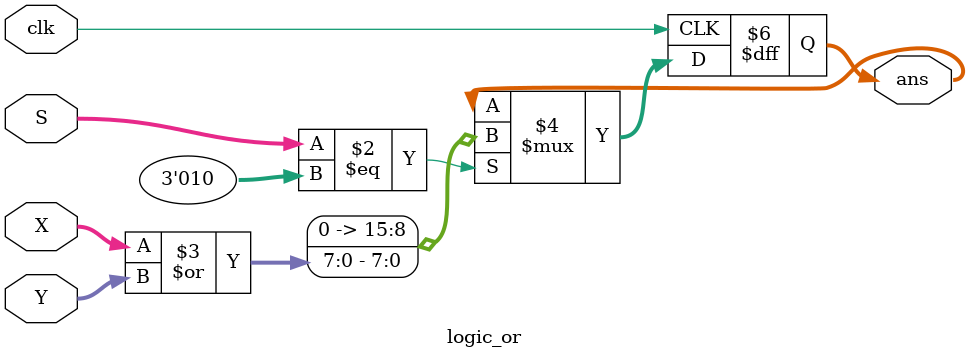
<source format=v>
module logic_or(
	input [7:0] X,
	input [7:0] Y,
	input [2:0] S,
	output reg[15:0] ans,
	input clk
);
	always@(posedge clk)
	begin
		if(S==3'b010)
		begin
			ans<={8'b0000_0000,X|Y};
		end
	end
endmodule

</source>
